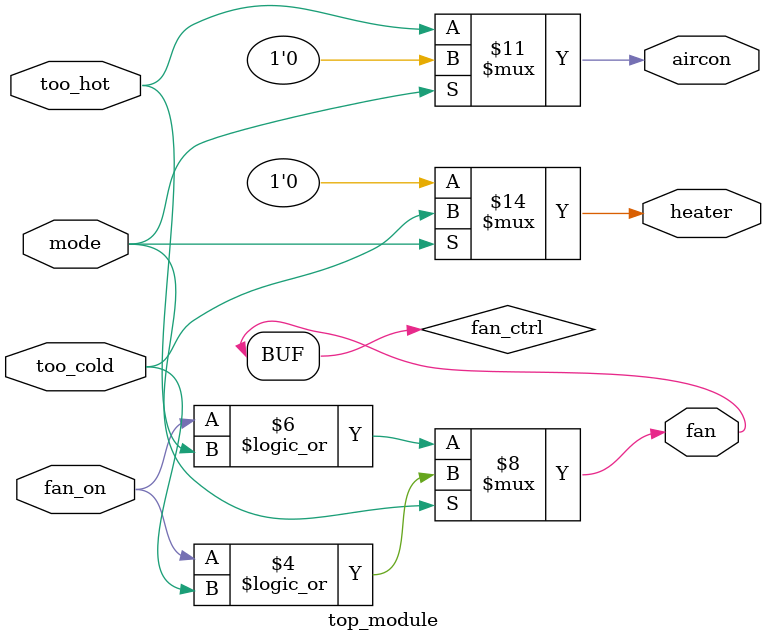
<source format=sv>
module top_module(
	input mode,
	input too_cold,
	input too_hot,
	input fan_on,
	output heater,
	output aircon,
	output fan
);

	// Declare internal signals
	reg fan_ctrl;

	// Control the heater/aircon/fan based on conditions
	always @(*) begin
		if (mode == 1) begin
			heater = too_cold;
			aircon = 0;
			fan_ctrl = fan_on || (heater || aircon);
		end else begin
			heater = 0;
			aircon = too_hot;
			fan_ctrl = fan_on || (heater || aircon);
		end
	end

	// Assign fan based on control signal
	assign fan = fan_ctrl;

endmodule

</source>
